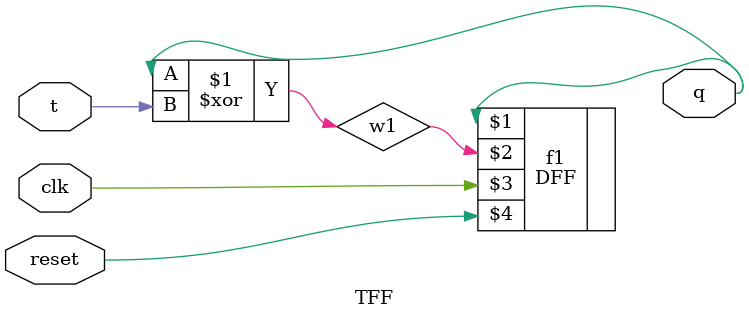
<source format=v>
`timescale 1ns / 1ps
module TFF(
	output q,
    input t,
    input clk,
    input reset
    );
wire w1;
assign w1 = q ^ t;
DFF f1(q,w1,clk,reset);
endmodule

</source>
